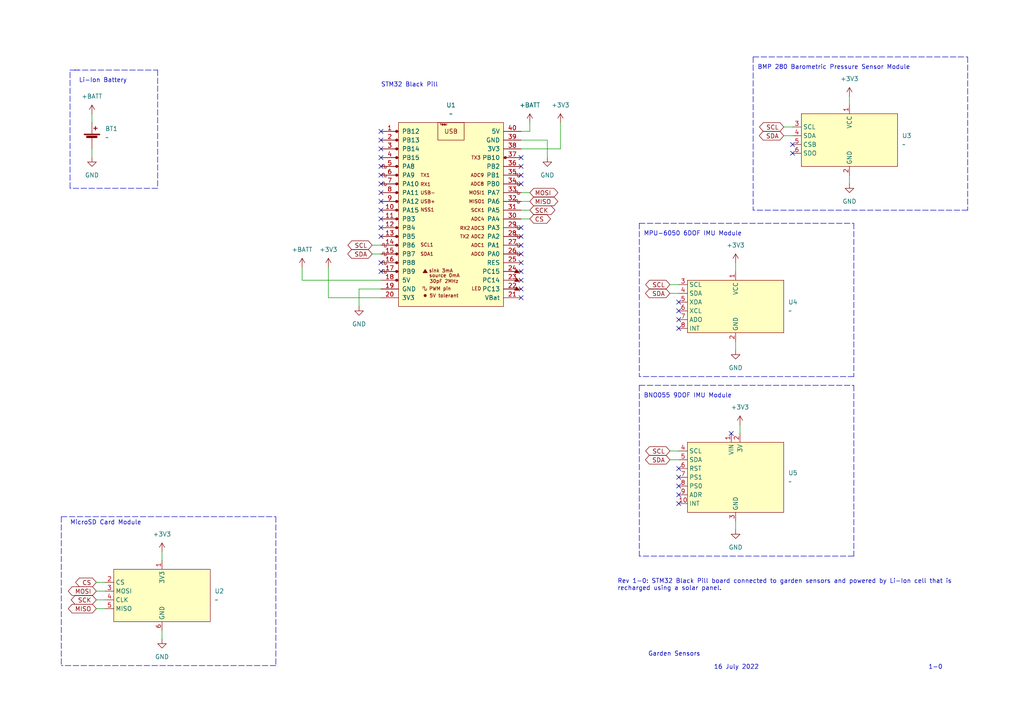
<source format=kicad_sch>
(kicad_sch (version 20211123) (generator eeschema)
  (paper "A4")
  (lib_symbols
    (symbol "Device:Battery_Cell" (pin_numbers hide) (pin_names (offset 0) hide)
      (property "Reference" "BT" (at 2.54 2.54 0))
      (property "Value" "Battery_Cell" (at 2.54 0 0))
      (symbol "Battery_Cell_0_1"
        (rectangle (start -2.286 1.778) (end 2.286 1.524) (fill (type outline)))
        (rectangle (start -1.5748 1.1938) (end 1.4732 0.6858) (fill (type outline)))
        (polyline (pts (xy 0 0.762) (xy 0 0)))
        (polyline (pts (xy 0 1.778) (xy 0 2.54)))
        (polyline (pts (xy 0.508 3.429) (xy 1.524 3.429)) (stroke (width 0.254)))
        (polyline (pts (xy 1.016 3.937) (xy 1.016 2.921)) (stroke (width 0.254)))
      )
      (symbol "Battery_Cell_1_1"
        (pin passive line (at 0 5.08 270) (length 2.54) (name "+") (number "1"))
        (pin passive line (at 0 -2.54 90) (length 2.54) (name "-") (number "2"))
      )
    )
    (symbol "STM32_Black_Pill:YAAJ_WeAct_BlackPill_Part_Like" (pin_names (offset 1.016))
      (property "Reference" "U" (at -12.7 27.94 0))
      (property "Value" "YAAJ_WeAct_BlackPill_Part_Like" (at 0 2.54 90))
      (symbol "YAAJ_WeAct_BlackPill_Part_Like_0_0"
        (circle (center -15.748 -20.32) (radius 0.3556) (fill (type outline)))
        (circle (center -15.748 -17.78) (radius 0.3556) (fill (type outline)))
        (circle (center -15.748 -15.24) (radius 0.3556) (fill (type outline)))
        (circle (center -15.748 -12.7) (radius 0.3556) (fill (type outline)))
        (circle (center -15.748 -10.16) (radius 0.3556) (fill (type outline)))
        (circle (center -15.748 -7.62) (radius 0.3556) (fill (type outline)))
        (circle (center -15.748 -5.08) (radius 0.3556) (fill (type outline)))
        (circle (center -15.748 -2.54) (radius 0.3556) (fill (type outline)))
        (circle (center -15.748 0) (radius 0.3556) (fill (type outline)))
        (circle (center -15.748 2.54) (radius 0.3556) (fill (type outline)))
        (circle (center -15.748 5.08) (radius 0.3556) (fill (type outline)))
        (circle (center -15.748 7.62) (radius 0.3556) (fill (type outline)))
        (circle (center -15.748 10.16) (radius 0.3556) (fill (type outline)))
        (circle (center -15.748 12.7) (radius 0.3556) (fill (type outline)))
        (circle (center -15.748 15.24) (radius 0.3556) (fill (type outline)))
        (circle (center -15.748 17.78) (radius 0.3556) (fill (type outline)))
        (circle (center -15.748 22.86) (radius 0.3556) (fill (type outline)))
        (circle (center -7.493 -24.765) (radius 0.127) (fill (type outline)))
        (circle (center -7.493 -24.765) (radius 0.254))
        (circle (center -7.493 -24.765) (radius 0.3556))
        (polyline (pts (xy -8.128 -18.161) (xy -7.493 -17.145) (xy -6.858 -18.161) (xy -8.128 -18.161) (xy -7.493 -17.272) (xy -6.985 -18.161) (xy -8.001 -18.034) (xy -7.493 -17.399) (xy -7.112 -18.161) (xy -7.874 -17.907) (xy -7.366 -17.526) (xy -7.239 -18.161) (xy -7.747 -17.78) (xy -7.239 -17.653) (xy -7.366 -18.034) (xy -7.62 -17.78) (xy -7.366 -17.907) (xy -7.493 -17.653)))
        (polyline (pts (xy 18.415 -23.241) (xy 19.05 -22.225) (xy 19.685 -23.241) (xy 18.415 -23.241) (xy 19.05 -22.352) (xy 19.558 -23.241) (xy 18.542 -23.114) (xy 19.05 -22.479) (xy 19.431 -23.241) (xy 18.669 -22.987) (xy 19.177 -22.606) (xy 19.304 -23.241) (xy 18.796 -22.86) (xy 19.304 -22.733) (xy 19.177 -23.114) (xy 18.923 -22.86) (xy 19.177 -22.987) (xy 19.05 -22.733)))
        (polyline (pts (xy 18.415 -20.701) (xy 19.05 -19.685) (xy 19.685 -20.701) (xy 18.415 -20.701) (xy 19.05 -19.812) (xy 19.558 -20.701) (xy 18.542 -20.574) (xy 19.05 -19.939) (xy 19.431 -20.701) (xy 18.669 -20.447) (xy 19.177 -20.066) (xy 19.304 -20.701) (xy 18.796 -20.32) (xy 19.304 -20.193) (xy 19.177 -20.574) (xy 18.923 -20.32) (xy 19.177 -20.447) (xy 19.05 -20.193)))
        (polyline (pts (xy 18.415 -18.161) (xy 19.05 -17.145) (xy 19.685 -18.161) (xy 18.415 -18.161) (xy 19.05 -17.272) (xy 19.558 -18.161) (xy 18.542 -18.034) (xy 19.05 -17.399) (xy 19.431 -18.161) (xy 18.669 -17.907) (xy 19.177 -17.526) (xy 19.304 -18.161) (xy 18.796 -17.78) (xy 19.304 -17.653) (xy 19.177 -18.034) (xy 18.923 -17.78) (xy 19.177 -17.907) (xy 19.05 -17.653)))
        (circle (center 15.748 15.24) (radius 0.254) (fill (type outline)))
        (circle (center 15.748 15.24) (radius 0.3556))
        (text "30pF 2MHz" (at -2.032 -20.574 0) (effects (font (size 0.9906 0.9906))))
        (text "5V tolerant" (at -2.032 -24.765 0) (effects (font (size 0.9906 0.9906))))
        (text "ADC0" (at 7.747 -12.7 0) (effects (font (size 0.9906 0.9906))))
        (text "ADC1" (at 7.747 -10.16 0) (effects (font (size 0.9906 0.9906))))
        (text "ADC2" (at 7.747 -7.62 0) (effects (font (size 0.9906 0.9906))))
        (text "ADC3" (at 7.747 -5.207 0) (effects (font (size 0.9906 0.9906))))
        (text "ADC4" (at 7.747 -2.54 0) (effects (font (size 0.9906 0.9906))))
        (text "ADC8" (at 7.62 7.62 0) (effects (font (size 0.9906 0.9906))))
        (text "ADC9" (at 7.62 10.16 0) (effects (font (size 0.9906 0.9906))))
        (text "LED" (at 7.366 -22.733 0) (effects (font (size 0.9906 0.9906))))
        (text "MISO1" (at 7.493 2.54 0) (effects (font (size 0.9906 0.9906))))
        (text "MOSI1" (at 7.493 5.08 0) (effects (font (size 0.9906 0.9906))))
        (text "NSS1" (at -6.858 0.127 0) (effects (font (size 0.9906 0.9906))))
        (text "PWM pin" (at -3.175 -22.733 0) (effects (font (size 0.9906 0.9906))))
        (text "RX1" (at -7.366 7.493 0) (effects (font (size 0.9906 0.9906))))
        (text "RX2" (at 4.064 -5.207 0) (effects (font (size 0.9906 0.9906))))
        (text "SCK1" (at 7.747 0 0) (effects (font (size 0.9906 0.9906))))
        (text "SCL1" (at -6.985 -10.033 0) (effects (font (size 0.9906 0.9906))))
        (text "SDA1" (at -6.985 -12.7 0) (effects (font (size 0.9906 0.9906))))
        (text "sink 3mA" (at -2.921 -17.526 0) (effects (font (size 0.9906 0.9906))))
        (text "source 0mA" (at -1.905 -18.923 0) (effects (font (size 0.9906 0.9906))))
        (text "TX1" (at -7.493 10.16 0) (effects (font (size 0.9906 0.9906))))
        (text "TX2" (at 3.937 -7.62 0) (effects (font (size 0.9906 0.9906))))
        (text "TX3" (at 7.239 15.24 0) (effects (font (size 0.9906 0.9906))))
        (text "USB" (at 0 22.86 0) (effects (font (size 1.27 1.27))))
        (text "USB+" (at -6.731 2.54 0) (effects (font (size 0.9906 0.9906))))
        (text "USB-" (at -6.731 5.08 0) (effects (font (size 0.9906 0.9906))))
        (text "Y@@J" (at -2.159 24.892 0) (effects (font (size 0.508 0.508))))
      )
      (symbol "YAAJ_WeAct_BlackPill_Part_Like_0_1"
        (rectangle (start -15.24 25.4) (end 15.24 -27.94) (fill (type background)))
        (polyline (pts (xy -18.796 -17.78) (xy -18.796 -18.288) (xy -19.304 -18.288) (xy -19.304 -17.272) (xy -19.812 -17.272) (xy -19.812 -17.78)))
        (polyline (pts (xy -18.796 -15.24) (xy -18.796 -15.748) (xy -19.304 -15.748) (xy -19.304 -14.732) (xy -19.812 -14.732) (xy -19.812 -15.24)))
        (polyline (pts (xy -18.796 -12.7) (xy -18.796 -13.208) (xy -19.304 -13.208) (xy -19.304 -12.192) (xy -19.812 -12.192) (xy -19.812 -12.7)))
        (polyline (pts (xy -18.796 -10.16) (xy -18.796 -10.668) (xy -19.304 -10.668) (xy -19.304 -9.652) (xy -19.812 -9.652) (xy -19.812 -10.16)))
        (polyline (pts (xy -18.796 7.62) (xy -18.796 7.112) (xy -19.304 7.112) (xy -19.304 8.128) (xy -19.812 8.128) (xy -19.812 7.62)))
        (polyline (pts (xy -18.796 10.16) (xy -18.796 9.652) (xy -19.304 9.652) (xy -19.304 10.668) (xy -19.812 10.668) (xy -19.812 10.16)))
        (polyline (pts (xy -18.796 12.7) (xy -18.796 12.192) (xy -19.304 12.192) (xy -19.304 13.208) (xy -19.812 13.208) (xy -19.812 12.7)))
        (polyline (pts (xy -7.112 -22.733) (xy -7.112 -23.241) (xy -7.62 -23.241) (xy -7.62 -22.225) (xy -8.128 -22.225) (xy -8.128 -22.733)))
        (polyline (pts (xy 19.812 -12.7) (xy 19.812 -13.208) (xy 19.304 -13.208) (xy 19.304 -12.192) (xy 18.796 -12.192) (xy 18.796 -12.7)))
        (polyline (pts (xy 19.812 -10.16) (xy 19.812 -10.668) (xy 19.304 -10.668) (xy 19.304 -9.652) (xy 18.796 -9.652) (xy 18.796 -10.16)))
        (polyline (pts (xy 19.812 -7.62) (xy 19.812 -8.128) (xy 19.304 -8.128) (xy 19.304 -7.112) (xy 18.796 -7.112) (xy 18.796 -7.62)))
        (polyline (pts (xy 19.812 -5.08) (xy 19.812 -5.588) (xy 19.304 -5.588) (xy 19.304 -4.572) (xy 18.796 -4.572) (xy 18.796 -5.08)))
        (polyline (pts (xy 19.812 2.54) (xy 19.812 2.032) (xy 19.304 2.032) (xy 19.304 3.048) (xy 18.796 3.048) (xy 18.796 2.54)))
        (polyline (pts (xy 19.812 5.08) (xy 19.812 4.572) (xy 19.304 4.572) (xy 19.304 5.588) (xy 18.796 5.588) (xy 18.796 5.08)))
        (polyline (pts (xy 19.812 7.62) (xy 19.812 7.112) (xy 19.304 7.112) (xy 19.304 8.128) (xy 18.796 8.128) (xy 18.796 7.62)))
        (polyline (pts (xy 19.812 10.16) (xy 19.812 9.652) (xy 19.304 9.652) (xy 19.304 10.668) (xy 18.796 10.668) (xy 18.796 10.16)))
        (rectangle (start 3.81 25.4) (end -3.81 20.32))
      )
      (symbol "YAAJ_WeAct_BlackPill_Part_Like_1_1"
        (circle (center -15.748 20.32) (radius 0.3556) (fill (type outline)))
        (pin bidirectional line (at -20.32 22.86 0) (length 5.08) (name "PB12") (number "1"))
        (pin bidirectional line (at -20.32 0 0) (length 5.08) (name "PA15") (number "10"))
        (pin bidirectional line (at -20.32 -2.54 0) (length 5.08) (name "PB3") (number "11"))
        (pin bidirectional line (at -20.32 -5.08 0) (length 5.08) (name "PB4") (number "12"))
        (pin bidirectional line (at -20.32 -7.62 0) (length 5.08) (name "PB5") (number "13"))
        (pin bidirectional line (at -20.32 -10.16 0) (length 5.08) (name "PB6") (number "14"))
        (pin bidirectional line (at -20.32 -12.7 0) (length 5.08) (name "PB7") (number "15"))
        (pin bidirectional line (at -20.32 -15.24 0) (length 5.08) (name "PB8") (number "16"))
        (pin bidirectional line (at -20.32 -17.78 0) (length 5.08) (name "PB9") (number "17"))
        (pin power_in line (at -20.32 -20.32 0) (length 5.08) (name "5V") (number "18"))
        (pin power_in line (at -20.32 -22.86 0) (length 5.08) (name "GND") (number "19"))
        (pin bidirectional line (at -20.32 20.32 0) (length 5.08) (name "PB13") (number "2"))
        (pin power_in line (at -20.32 -25.4 0) (length 5.08) (name "3V3") (number "20"))
        (pin power_in line (at 20.32 -25.4 180) (length 5.08) (name "VBat") (number "21"))
        (pin bidirectional line (at 20.32 -22.86 180) (length 5.08) (name "PC13") (number "22"))
        (pin bidirectional line (at 20.32 -20.32 180) (length 5.08) (name "PC14") (number "23"))
        (pin bidirectional line (at 20.32 -17.78 180) (length 5.08) (name "PC15") (number "24"))
        (pin input line (at 20.32 -15.24 180) (length 5.08) (name "RES") (number "25"))
        (pin bidirectional line (at 20.32 -12.7 180) (length 5.08) (name "PA0") (number "26"))
        (pin bidirectional line (at 20.32 -10.16 180) (length 5.08) (name "PA1") (number "27"))
        (pin bidirectional line (at 20.32 -7.62 180) (length 5.08) (name "PA2") (number "28"))
        (pin bidirectional line (at 20.32 -5.08 180) (length 5.08) (name "PA3") (number "29"))
        (pin bidirectional line (at -20.32 17.78 0) (length 5.08) (name "PB14") (number "3"))
        (pin bidirectional line (at 20.32 -2.54 180) (length 5.08) (name "PA4") (number "30"))
        (pin bidirectional line (at 20.32 0 180) (length 5.08) (name "PA5") (number "31"))
        (pin bidirectional line (at 20.32 2.54 180) (length 5.08) (name "PA6") (number "32"))
        (pin bidirectional line (at 20.32 5.08 180) (length 5.08) (name "PA7") (number "33"))
        (pin bidirectional line (at 20.32 7.62 180) (length 5.08) (name "PB0") (number "34"))
        (pin bidirectional line (at 20.32 10.16 180) (length 5.08) (name "PB1") (number "35"))
        (pin bidirectional line (at 20.32 12.7 180) (length 5.08) (name "PB2") (number "36"))
        (pin bidirectional line (at 20.32 15.24 180) (length 5.08) (name "PB10") (number "37"))
        (pin power_in line (at 20.32 17.78 180) (length 5.08) (name "3V3") (number "38"))
        (pin power_in line (at 20.32 20.32 180) (length 5.08) (name "GND") (number "39"))
        (pin bidirectional line (at -20.32 15.24 0) (length 5.08) (name "PB15") (number "4"))
        (pin power_in line (at 20.32 22.86 180) (length 5.08) (name "5V") (number "40"))
        (pin bidirectional line (at -20.32 12.7 0) (length 5.08) (name "PA8") (number "5"))
        (pin bidirectional line (at -20.32 10.16 0) (length 5.08) (name "PA9") (number "6"))
        (pin bidirectional line (at -20.32 7.62 0) (length 5.08) (name "PA10") (number "7"))
        (pin bidirectional line (at -20.32 5.08 0) (length 5.08) (name "PA11") (number "8"))
        (pin bidirectional line (at -20.32 2.54 0) (length 5.08) (name "PA12") (number "9"))
      )
    )
    (symbol "power:+3.3V" (power) (pin_names (offset 0))
      (property "Value" "+3.3V" (at 0 3.556 0))
      (symbol "+3.3V_0_1"
        (polyline (pts (xy -0.762 1.27) (xy 0 2.54)))
        (polyline (pts (xy 0 0) (xy 0 2.54)))
        (polyline (pts (xy 0 2.54) (xy 0.762 1.27)))
      )
      (symbol "+3.3V_1_1"
        (pin power_in line (at 0 0 90) (length 0) hide (name "+3V3") (number "1"))
      )
    )
    (symbol "power:+BATT" (power) (pin_names (offset 0))
      (property "Value" "+BATT" (at 0 3.556 0))
      (symbol "+BATT_0_1"
        (polyline (pts (xy -0.762 1.27) (xy 0 2.54)))
        (polyline (pts (xy 0 0) (xy 0 2.54)))
        (polyline (pts (xy 0 2.54) (xy 0.762 1.27)))
      )
      (symbol "+BATT_1_1"
        (pin power_in line (at 0 0 90) (length 0) hide (name "+BATT") (number "1"))
      )
    )
    (symbol "power:GND" (power) (pin_names (offset 0))
      (property "Value" "GND" (at 0 -3.81 0))
      (symbol "GND_0_1"
        (polyline (pts (xy 0 0) (xy 0 -1.27) (xy 1.27 -1.27) (xy 0 -2.54) (xy -1.27 -1.27) (xy 0 -1.27)))
      )
      (symbol "GND_1_1"
        (pin power_in line (at 0 0 270) (length 0) hide (name "GND") (number "1"))
      )
    )
    (symbol "rocket-avionics-library:BMP_280_Module"
      (property "Reference" "U" (at 0 1.27 0))
      (property "Value" "BMP_280_Module" (at 0 -1.27 0))
      (symbol "BMP_280_Module_0_1"
        (rectangle (start -13.97 7.62) (end 13.97 -7.62) (fill (type background)))
      )
      (symbol "BMP_280_Module_1_1"
        (pin power_in line (at 0 10.16 270) (length 2.54) (name "VCC") (number "1"))
        (pin power_in line (at 0 -10.16 90) (length 2.54) (name "GND") (number "2"))
        (pin bidirectional line (at -16.51 3.81 0) (length 2.54) (name "SCL") (number "3"))
        (pin bidirectional line (at -16.51 1.27 0) (length 2.54) (name "SDA") (number "4"))
        (pin bidirectional line (at -16.51 -1.27 0) (length 2.54) (name "CSB") (number "5"))
        (pin bidirectional line (at -16.51 -3.81 0) (length 2.54) (name "SDO") (number "6"))
      )
    )
    (symbol "rocket-avionics-library:BNO055_Module"
      (property "Reference" "U" (at 0 1.27 0))
      (property "Value" "BNO055_Module" (at 0 -1.27 0))
      (symbol "BNO055_Module_0_1"
        (rectangle (start -13.97 10.16) (end 13.97 -10.16) (fill (type background)))
      )
      (symbol "BNO055_Module_1_1"
        (pin power_in line (at -1.27 12.7 270) (length 2.54) (name "VIN") (number "1"))
        (pin bidirectional line (at -16.51 -7.62 0) (length 2.54) (name "INT") (number "10"))
        (pin power_in line (at 1.27 12.7 270) (length 2.54) (name "3V") (number "2"))
        (pin power_in line (at 0 -12.7 90) (length 2.54) (name "GND") (number "3"))
        (pin bidirectional line (at -16.51 7.62 0) (length 2.54) (name "SCL") (number "4"))
        (pin bidirectional line (at -16.51 5.08 0) (length 2.54) (name "SDA") (number "5"))
        (pin bidirectional line (at -16.51 2.54 0) (length 2.54) (name "RST") (number "6"))
        (pin bidirectional line (at -16.51 0 0) (length 2.54) (name "PS1") (number "7"))
        (pin bidirectional line (at -16.51 -2.54 0) (length 2.54) (name "PS0") (number "8"))
        (pin bidirectional line (at -16.51 -5.08 0) (length 2.54) (name "ADR") (number "9"))
      )
    )
    (symbol "rocket-avionics-library:MPU-6050_Module"
      (property "Reference" "U" (at 0 1.27 0))
      (property "Value" "MPU-6050_Module" (at 0 -1.27 0))
      (symbol "MPU-6050_Module_0_1"
        (rectangle (start -13.97 7.62) (end 13.97 -7.62) (fill (type background)))
      )
      (symbol "MPU-6050_Module_1_1"
        (pin power_in line (at 0 10.16 270) (length 2.54) (name "VCC") (number "1"))
        (pin power_in line (at 0 -10.16 90) (length 2.54) (name "GND") (number "2"))
        (pin bidirectional line (at -16.51 6.35 0) (length 2.54) (name "SCL") (number "3"))
        (pin bidirectional line (at -16.51 3.81 0) (length 2.54) (name "SDA") (number "4"))
        (pin bidirectional line (at -16.51 1.27 0) (length 2.54) (name "XDA") (number "5"))
        (pin bidirectional line (at -16.51 -1.27 0) (length 2.54) (name "XCL") (number "6"))
        (pin bidirectional line (at -16.51 -3.81 0) (length 2.54) (name "ADO") (number "7"))
        (pin bidirectional line (at -16.51 -6.35 0) (length 2.54) (name "INT") (number "8"))
      )
    )
    (symbol "rocket-avionics-library:MicroSD_Module"
      (property "Reference" "U" (at 0 1.27 0))
      (property "Value" "MicroSD_Module" (at 0 -1.27 0))
      (symbol "MicroSD_Module_0_1"
        (rectangle (start -13.97 7.62) (end 13.97 -7.62) (fill (type background)))
      )
      (symbol "MicroSD_Module_1_1"
        (pin power_in line (at 0 10.16 270) (length 2.54) (name "3V3") (number "1"))
        (pin bidirectional line (at -16.51 3.81 0) (length 2.54) (name "CS") (number "2"))
        (pin bidirectional line (at -16.51 1.27 0) (length 2.54) (name "MOSI") (number "3"))
        (pin bidirectional line (at -16.51 -1.27 0) (length 2.54) (name "CLK") (number "4"))
        (pin bidirectional line (at -16.51 -3.81 0) (length 2.54) (name "MISO") (number "5"))
        (pin power_in line (at 0 -10.16 90) (length 2.54) (name "GND") (number "6"))
      )
    )
  )
  (no_connect (at 229.87 41.91))
  (no_connect (at 229.87 44.45))
  (no_connect (at 196.85 95.25))
  (no_connect (at 196.85 87.63))
  (no_connect (at 196.85 92.71))
  (no_connect (at 196.85 90.17))
  (no_connect (at 196.85 143.51))
  (no_connect (at 196.85 146.05))
  (no_connect (at 196.85 135.89))
  (no_connect (at 196.85 138.43))
  (no_connect (at 196.85 140.97))
  (no_connect (at 212.09 125.73))
  (no_connect (at 151.13 48.26))
  (no_connect (at 151.13 45.72))
  (no_connect (at 151.13 68.58))
  (no_connect (at 151.13 66.04))
  (no_connect (at 110.49 38.1))
  (no_connect (at 110.49 40.64))
  (no_connect (at 110.49 43.18))
  (no_connect (at 110.49 45.72))
  (no_connect (at 110.49 48.26))
  (no_connect (at 110.49 50.8))
  (no_connect (at 110.49 53.34))
  (no_connect (at 151.13 86.36))
  (no_connect (at 151.13 83.82))
  (no_connect (at 151.13 81.28))
  (no_connect (at 151.13 78.74))
  (no_connect (at 151.13 76.2))
  (no_connect (at 151.13 73.66))
  (no_connect (at 151.13 71.12))
  (no_connect (at 151.13 53.34))
  (no_connect (at 151.13 50.8))
  (no_connect (at 110.49 55.88))
  (no_connect (at 110.49 58.42))
  (no_connect (at 110.49 60.96))
  (no_connect (at 110.49 63.5))
  (no_connect (at 110.49 66.04))
  (no_connect (at 110.49 68.58))
  (no_connect (at 110.49 76.2))
  (no_connect (at 110.49 78.74))
  (polyline (pts (xy 185.42 64.77) (xy 185.42 109.22)))
  (wire (pts (xy 151.13 55.88) (xy 153.67 55.88)))
  (polyline (pts (xy 185.42 111.76) (xy 247.65 111.76)))
  (wire (pts (xy 194.31 85.09) (xy 196.85 85.09)))
  (polyline (pts (xy 20.32 20.32) (xy 22.86 20.32)))
  (wire (pts (xy 30.48 176.53) (xy 27.94 176.53)))
  (polyline (pts (xy 247.65 64.77) (xy 247.65 109.22)))
  (wire (pts (xy 46.99 182.88) (xy 46.99 185.42)))
  (wire (pts (xy 162.56 43.18) (xy 151.13 43.18)))
  (wire (pts (xy 153.67 38.1) (xy 151.13 38.1)))
  (wire (pts (xy 246.38 27.94) (xy 246.38 30.48)))
  (wire (pts (xy 151.13 40.64) (xy 158.75 40.64)))
  (polyline (pts (xy 280.67 60.96) (xy 218.44 60.96)))
  (wire (pts (xy 87.63 77.47) (xy 87.63 81.28)))
  (wire (pts (xy 107.95 73.66) (xy 110.49 73.66)))
  (wire (pts (xy 107.95 71.12) (xy 110.49 71.12)))
  (wire (pts (xy 153.67 35.56) (xy 153.67 38.1)))
  (polyline (pts (xy 17.78 149.86) (xy 80.01 149.86)))
  (wire (pts (xy 194.31 130.81) (xy 196.85 130.81)))
  (polyline (pts (xy 45.72 54.61) (xy 20.32 54.61)))
  (polyline (pts (xy 218.44 16.51) (xy 280.67 16.51)))
  (wire (pts (xy 104.14 83.82) (xy 104.14 88.9)))
  (polyline (pts (xy 280.67 16.51) (xy 280.67 60.96)))
  (wire (pts (xy 26.67 33.02) (xy 26.67 35.56)))
  (wire (pts (xy 162.56 35.56) (xy 162.56 43.18)))
  (wire (pts (xy 95.25 86.36) (xy 110.49 86.36)))
  (wire (pts (xy 26.67 43.18) (xy 26.67 45.72)))
  (polyline (pts (xy 21.59 20.32) (xy 45.72 20.32)))
  (wire (pts (xy 27.94 168.91) (xy 30.48 168.91)))
  (wire (pts (xy 246.38 50.8) (xy 246.38 53.34)))
  (wire (pts (xy 46.99 160.02) (xy 46.99 162.56)))
  (wire (pts (xy 213.36 76.2) (xy 213.36 78.74)))
  (wire (pts (xy 151.13 58.42) (xy 153.67 58.42)))
  (wire (pts (xy 30.48 171.45) (xy 27.94 171.45)))
  (polyline (pts (xy 247.65 109.22) (xy 185.42 109.22)))
  (polyline (pts (xy 17.78 149.86) (xy 17.78 193.04)))
  (polyline (pts (xy 185.42 64.77) (xy 247.65 64.77)))
  (wire (pts (xy 227.33 39.37) (xy 229.87 39.37)))
  (wire (pts (xy 158.75 40.64) (xy 158.75 45.72)))
  (polyline (pts (xy 247.65 111.76) (xy 247.65 161.29)))
  (wire (pts (xy 95.25 77.47) (xy 95.25 86.36)))
  (wire (pts (xy 213.36 99.06) (xy 213.36 101.6)))
  (wire (pts (xy 30.48 173.99) (xy 27.94 173.99)))
  (wire (pts (xy 151.13 63.5) (xy 153.67 63.5)))
  (polyline (pts (xy 45.72 20.32) (xy 45.72 54.61)))
  (wire (pts (xy 151.13 60.96) (xy 153.67 60.96)))
  (polyline (pts (xy 218.44 16.51) (xy 218.44 60.96)))
  (polyline (pts (xy 185.42 111.76) (xy 185.42 161.29)))
  (wire (pts (xy 87.63 81.28) (xy 110.49 81.28)))
  (wire (pts (xy 213.36 151.13) (xy 213.36 153.67)))
  (polyline (pts (xy 80.01 149.86) (xy 80.01 193.04)))
  (wire (pts (xy 214.63 123.19) (xy 214.63 125.73)))
  (wire (pts (xy 110.49 83.82) (xy 104.14 83.82)))
  (polyline (pts (xy 80.01 193.04) (xy 17.78 193.04)))
  (polyline (pts (xy 247.65 161.29) (xy 185.42 161.29)))
  (polyline (pts (xy 20.32 54.61) (xy 20.32 20.32)))
  (wire (pts (xy 194.31 82.55) (xy 196.85 82.55)))
  (wire (pts (xy 227.33 36.83) (xy 229.87 36.83)))
  (wire (pts (xy 194.31 133.35) (xy 196.85 133.35)))
  (text "Garden Sensors" (at 187.96 190.5 0) (effects (font (size 1.27 1.27)) (justify left bottom)))
  (text "Rev 1-0: STM32 Black Pill board connected to garden sensors and powered by Li-Ion cell that is \nrecharged using a solar panel." (at 179.07 171.45 0) (effects (font (size 1.27 1.27)) (justify left bottom)))
  (text "STM32 Black Pill" (at 110.49 25.4 0) (effects (font (size 1.27 1.27)) (justify left bottom)))
  (text "BNO055 9DOF IMU Module" (at 186.69 115.57 0) (effects (font (size 1.27 1.27)) (justify left bottom)))
  (text "MPU-6050 6DOF IMU Module" (at 186.69 68.58 0) (effects (font (size 1.27 1.27)) (justify left bottom)))
  (text "16 July 2022" (at 207.01 194.31 0) (effects (font (size 1.27 1.27)) (justify left bottom)))
  (text "1-0" (at 269.24 194.31 0) (effects (font (size 1.27 1.27)) (justify left bottom)))
  (text "BMP 280 Barometric Pressure Sensor Module" (at 219.71 20.32 0) (effects (font (size 1.27 1.27)) (justify left bottom)))
  (text "Li-Ion Battery" (at 22.86 24.13 0) (effects (font (size 1.27 1.27)) (justify left bottom)))
  (text "MicroSD Card Module" (at 20.32 152.4 0) (effects (font (size 1.27 1.27)) (justify left bottom)))
  (global_label "MOSI" (shape bidirectional) (at 27.94 171.45 180) (property "Intersheet References" "${INTERSHEET_REFS}" (effects hide)))
  (global_label "MISO" (shape bidirectional) (at 27.94 176.53 180) (property "Intersheet References" "${INTERSHEET_REFS}" (effects hide)))
  (global_label "SCL" (shape bidirectional) (at 194.31 82.55 180) (property "Intersheet References" "${INTERSHEET_REFS}" (effects hide)))
  (global_label "SDA" (shape bidirectional) (at 107.95 73.66 180) (property "Intersheet References" "${INTERSHEET_REFS}" (effects hide)))
  (global_label "SDA" (shape bidirectional) (at 227.33 39.37 180) (property "Intersheet References" "${INTERSHEET_REFS}" (effects hide)))
  (global_label "SDA" (shape bidirectional) (at 194.31 133.35 180) (property "Intersheet References" "${INTERSHEET_REFS}" (effects hide)))
  (global_label "CS" (shape bidirectional) (at 153.67 63.5 0) (property "Intersheet References" "${INTERSHEET_REFS}" (effects hide)))
  (global_label "SCK" (shape bidirectional) (at 27.94 173.99 180) (property "Intersheet References" "${INTERSHEET_REFS}" (effects hide)))
  (global_label "SCK" (shape bidirectional) (at 153.67 60.96 0) (property "Intersheet References" "${INTERSHEET_REFS}" (effects hide)))
  (global_label "SCL" (shape bidirectional) (at 107.95 71.12 180) (property "Intersheet References" "${INTERSHEET_REFS}" (effects hide)))
  (global_label "SDA" (shape bidirectional) (at 194.31 85.09 180) (property "Intersheet References" "${INTERSHEET_REFS}" (effects hide)))
  (global_label "SCL" (shape bidirectional) (at 194.31 130.81 180) (property "Intersheet References" "${INTERSHEET_REFS}" (effects hide)))
  (global_label "CS" (shape bidirectional) (at 27.94 168.91 180) (property "Intersheet References" "${INTERSHEET_REFS}" (effects hide)))
  (global_label "MISO" (shape bidirectional) (at 153.67 58.42 0) (property "Intersheet References" "${INTERSHEET_REFS}" (effects hide)))
  (global_label "SCL" (shape bidirectional) (at 227.33 36.83 180) (property "Intersheet References" "${INTERSHEET_REFS}" (effects hide)))
  (global_label "MOSI" (shape bidirectional) (at 153.67 55.88 0) (property "Intersheet References" "${INTERSHEET_REFS}" (effects hide)))
  (symbol (lib_id "power:GND") (at 158.75 45.72 0) (unit 1)
    (property "Reference" "#PWR09" (effects hide))
    (property "Value" "GND" (at 158.75 50.8 0))
  )
  (symbol (lib_id "STM32_Black_Pill:YAAJ_WeAct_BlackPill_Part_Like") (at 130.81 60.96 0) (unit 1)
    (property "Reference" "U1" (at 130.81 30.48 0))
    (property "Value" "~" (at 130.81 33.02 0))
  )
  (symbol (lib_id "power:+BATT") (at 26.67 33.02 0) (unit 1)
    (property "Reference" "#PWR?" (effects hide))
    (property "Value" "+BATT" (at 26.67 27.94 0))
  )
  (symbol (lib_id "power:GND") (at 26.67 45.72 0) (unit 1)
    (property "Reference" "#PWR?" (effects hide))
    (property "Value" "GND" (at 26.67 50.8 0))
  )
  (symbol (lib_id "Device:Battery_Cell") (at 26.67 40.64 0) (unit 1)
    (property "Reference" "BT1" (at 30.48 37.3379 0) (effects (justify left)))
    (property "Value" "~" (at 30.48 39.8779 0) (effects (justify left)))
  )
  (symbol (lib_id "power:+BATT") (at 87.63 77.47 0) (unit 1)
    (property "Reference" "#PWR03" (effects hide))
    (property "Value" "+BATT" (at 87.63 72.39 0))
  )
  (symbol (lib_id "power:+3.3V") (at 246.38 27.94 0) (unit 1)
    (property "Reference" "#PWR011" (effects hide))
    (property "Value" "+3.3V" (at 246.38 22.86 0))
  )
  (symbol (lib_id "power:GND") (at 246.38 53.34 0) (unit 1)
    (property "Reference" "#PWR012" (effects hide))
    (property "Value" "GND" (at 246.38 58.42 0))
  )
  (symbol (lib_id "power:+3.3V") (at 95.25 77.47 0) (unit 1)
    (property "Reference" "#PWR04" (effects hide))
    (property "Value" "+3.3V" (at 95.25 72.39 0))
  )
  (symbol (lib_id "power:GND") (at 213.36 153.67 0) (unit 1)
    (property "Reference" "#PWR015" (effects hide))
    (property "Value" "GND" (at 213.36 158.75 0))
  )
  (symbol (lib_id "power:+BATT") (at 153.67 35.56 0) (unit 1)
    (property "Reference" "#PWR08" (effects hide))
    (property "Value" "+BATT" (at 153.67 30.48 0))
  )
  (symbol (lib_id "power:+3.3V") (at 46.99 160.02 0) (unit 1)
    (property "Reference" "#PWR06" (effects hide))
    (property "Value" "+3.3V" (at 46.99 154.94 0))
  )
  (symbol (lib_id "power:GND") (at 213.36 101.6 0) (unit 1)
    (property "Reference" "#PWR014" (effects hide))
    (property "Value" "GND" (at 213.36 106.68 0))
  )
  (symbol (lib_id "rocket-avionics-library:MicroSD_Module") (at 46.99 172.72 0) (unit 1)
    (property "Reference" "U2" (at 62.23 171.4499 0) (effects (justify left)))
    (property "Value" "~" (at 62.23 173.9899 0) (effects (justify left)))
  )
  (symbol (lib_id "power:+3.3V") (at 214.63 123.19 0) (unit 1)
    (property "Reference" "#PWR016" (effects hide))
    (property "Value" "~" (at 214.63 118.11 0))
  )
  (symbol (lib_id "power:GND") (at 46.99 185.42 0) (unit 1)
    (property "Reference" "#PWR07" (effects hide))
    (property "Value" "GND" (at 46.99 190.5 0))
  )
  (symbol (lib_id "rocket-avionics-library:BMP_280_Module") (at 246.38 40.64 0) (unit 1)
    (property "Reference" "U3" (at 261.62 39.3699 0) (effects (justify left)))
    (property "Value" "~" (at 261.62 41.9099 0) (effects (justify left)))
  )
  (symbol (lib_id "rocket-avionics-library:BNO055_Module") (at 213.36 138.43 0) (unit 1)
    (property "Reference" "U5" (at 228.6 137.1599 0) (effects (justify left)))
    (property "Value" "~" (at 228.6 139.6999 0) (effects (justify left)))
  )
  (symbol (lib_id "power:+3.3V") (at 213.36 76.2 0) (unit 1)
    (property "Reference" "#PWR013" (effects hide))
    (property "Value" "+3.3V" (at 213.36 71.12 0))
  )
  (symbol (lib_id "rocket-avionics-library:MPU-6050_Module") (at 213.36 88.9 0) (unit 1)
    (property "Reference" "U4" (at 228.6 87.6299 0) (effects (justify left)))
    (property "Value" "~" (at 228.6 90.1699 0) (effects (justify left)))
  )
  (symbol (lib_id "power:+3.3V") (at 162.56 35.56 0) (unit 1)
    (property "Reference" "#PWR010" (effects hide))
    (property "Value" "+3.3V" (at 162.56 30.48 0))
  )
  (symbol (lib_id "power:GND") (at 104.14 88.9 0) (unit 1)
    (property "Reference" "#PWR05" (effects hide))
    (property "Value" "GND" (at 104.14 93.98 0))
  )
)
</source>
